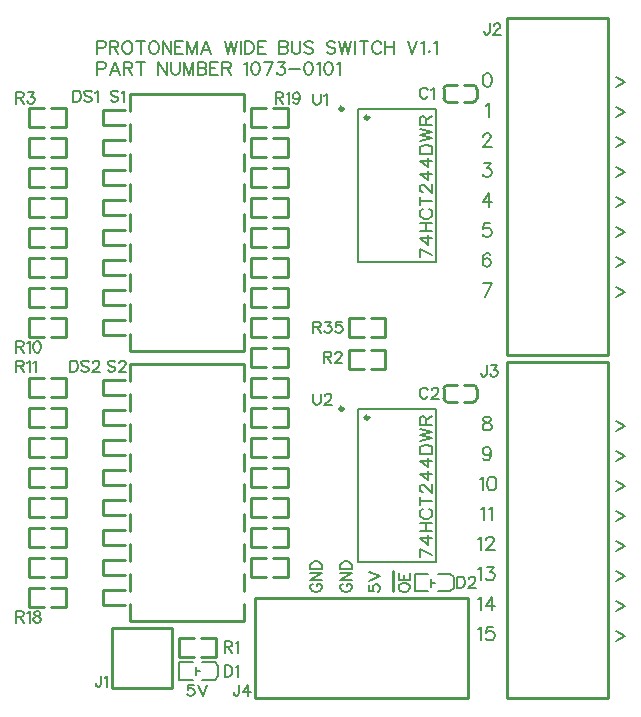
<source format=gto>
G04 Layer: TopSilkscreenLayer*
G04 Panelize: V-CUT, Column: 2, Row: 2, Board Size: 58.42mm x 58.42mm, Panelized Board Size: 118.84mm x 118.84mm*
G04 EasyEDA v6.5.34, 2023-09-05 23:35:40*
G04 bcb9dca7cd424f9e9e9865ef008c09cf,5a6b42c53f6a479593ecc07194224c93,10*
G04 Gerber Generator version 0.2*
G04 Scale: 100 percent, Rotated: No, Reflected: No *
G04 Dimensions in millimeters *
G04 leading zeros omitted , absolute positions ,4 integer and 5 decimal *
%FSLAX45Y45*%
%MOMM*%

%ADD10C,0.1524*%
%ADD11C,0.2540*%
%ADD12C,0.1500*%
%ADD13C,0.3000*%

%LPD*%
D10*
X4058665Y2856737D02*
G01*
X4058665Y2784094D01*
X4054093Y2770378D01*
X4049522Y2765805D01*
X4040377Y2761234D01*
X4031488Y2761234D01*
X4022343Y2765805D01*
X4017772Y2770378D01*
X4013200Y2784094D01*
X4013200Y2793237D01*
X4097781Y2856737D02*
G01*
X4147820Y2856737D01*
X4120388Y2820415D01*
X4134104Y2820415D01*
X4143247Y2815844D01*
X4147820Y2811271D01*
X4152391Y2797810D01*
X4152391Y2788665D01*
X4147820Y2774950D01*
X4138675Y2765805D01*
X4124959Y2761234D01*
X4111497Y2761234D01*
X4097781Y2765805D01*
X4093209Y2770378D01*
X4088638Y2779521D01*
X4084065Y5752337D02*
G01*
X4084065Y5679694D01*
X4079493Y5665978D01*
X4074922Y5661405D01*
X4065777Y5656834D01*
X4056888Y5656834D01*
X4047743Y5661405D01*
X4043172Y5665978D01*
X4038600Y5679694D01*
X4038600Y5688837D01*
X4118609Y5729731D02*
G01*
X4118609Y5734304D01*
X4123181Y5743194D01*
X4127754Y5747765D01*
X4136897Y5752337D01*
X4154931Y5752337D01*
X4164075Y5747765D01*
X4168647Y5743194D01*
X4173220Y5734304D01*
X4173220Y5725160D01*
X4168647Y5716015D01*
X4159504Y5702300D01*
X4114038Y5656834D01*
X4177791Y5656834D01*
X762000Y5601715D02*
G01*
X762000Y5492750D01*
X762000Y5601715D02*
G01*
X808736Y5601715D01*
X824229Y5596636D01*
X829563Y5591302D01*
X834644Y5580887D01*
X834644Y5565394D01*
X829563Y5554979D01*
X824229Y5549900D01*
X808736Y5544565D01*
X762000Y5544565D01*
X868934Y5601715D02*
G01*
X868934Y5492750D01*
X868934Y5601715D02*
G01*
X915670Y5601715D01*
X931418Y5596636D01*
X936497Y5591302D01*
X941831Y5580887D01*
X941831Y5570473D01*
X936497Y5560060D01*
X931418Y5554979D01*
X915670Y5549900D01*
X868934Y5549900D01*
X905510Y5549900D02*
G01*
X941831Y5492750D01*
X1007110Y5601715D02*
G01*
X996950Y5596636D01*
X986536Y5586221D01*
X981202Y5575807D01*
X976121Y5560060D01*
X976121Y5534152D01*
X981202Y5518657D01*
X986536Y5508244D01*
X996950Y5497829D01*
X1007110Y5492750D01*
X1027937Y5492750D01*
X1038352Y5497829D01*
X1048765Y5508244D01*
X1054100Y5518657D01*
X1059179Y5534152D01*
X1059179Y5560060D01*
X1054100Y5575807D01*
X1048765Y5586221D01*
X1038352Y5596636D01*
X1027937Y5601715D01*
X1007110Y5601715D01*
X1129792Y5601715D02*
G01*
X1129792Y5492750D01*
X1093470Y5601715D02*
G01*
X1166113Y5601715D01*
X1231645Y5601715D02*
G01*
X1221231Y5596636D01*
X1210818Y5586221D01*
X1205737Y5575807D01*
X1200404Y5560060D01*
X1200404Y5534152D01*
X1205737Y5518657D01*
X1210818Y5508244D01*
X1221231Y5497829D01*
X1231645Y5492750D01*
X1252473Y5492750D01*
X1262887Y5497829D01*
X1273302Y5508244D01*
X1278381Y5518657D01*
X1283715Y5534152D01*
X1283715Y5560060D01*
X1278381Y5575807D01*
X1273302Y5586221D01*
X1262887Y5596636D01*
X1252473Y5601715D01*
X1231645Y5601715D01*
X1318005Y5601715D02*
G01*
X1318005Y5492750D01*
X1318005Y5601715D02*
G01*
X1390650Y5492750D01*
X1390650Y5601715D02*
G01*
X1390650Y5492750D01*
X1424939Y5601715D02*
G01*
X1424939Y5492750D01*
X1424939Y5601715D02*
G01*
X1492504Y5601715D01*
X1424939Y5549900D02*
G01*
X1466595Y5549900D01*
X1424939Y5492750D02*
G01*
X1492504Y5492750D01*
X1526794Y5601715D02*
G01*
X1526794Y5492750D01*
X1526794Y5601715D02*
G01*
X1568450Y5492750D01*
X1609852Y5601715D02*
G01*
X1568450Y5492750D01*
X1609852Y5601715D02*
G01*
X1609852Y5492750D01*
X1685797Y5601715D02*
G01*
X1644142Y5492750D01*
X1685797Y5601715D02*
G01*
X1727200Y5492750D01*
X1659889Y5529071D02*
G01*
X1711705Y5529071D01*
X1841500Y5601715D02*
G01*
X1867662Y5492750D01*
X1893570Y5601715D02*
G01*
X1867662Y5492750D01*
X1893570Y5601715D02*
G01*
X1919478Y5492750D01*
X1945640Y5601715D02*
G01*
X1919478Y5492750D01*
X1979929Y5601715D02*
G01*
X1979929Y5492750D01*
X2014220Y5601715D02*
G01*
X2014220Y5492750D01*
X2014220Y5601715D02*
G01*
X2050541Y5601715D01*
X2066036Y5596636D01*
X2076450Y5586221D01*
X2081529Y5575807D01*
X2086863Y5560060D01*
X2086863Y5534152D01*
X2081529Y5518657D01*
X2076450Y5508244D01*
X2066036Y5497829D01*
X2050541Y5492750D01*
X2014220Y5492750D01*
X2121154Y5601715D02*
G01*
X2121154Y5492750D01*
X2121154Y5601715D02*
G01*
X2188718Y5601715D01*
X2121154Y5549900D02*
G01*
X2162809Y5549900D01*
X2121154Y5492750D02*
G01*
X2188718Y5492750D01*
X2303018Y5601715D02*
G01*
X2303018Y5492750D01*
X2303018Y5601715D02*
G01*
X2349754Y5601715D01*
X2365247Y5596636D01*
X2370581Y5591302D01*
X2375661Y5580887D01*
X2375661Y5570473D01*
X2370581Y5560060D01*
X2365247Y5554979D01*
X2349754Y5549900D01*
X2303018Y5549900D02*
G01*
X2349754Y5549900D01*
X2365247Y5544565D01*
X2370581Y5539486D01*
X2375661Y5529071D01*
X2375661Y5513323D01*
X2370581Y5502910D01*
X2365247Y5497829D01*
X2349754Y5492750D01*
X2303018Y5492750D01*
X2409952Y5601715D02*
G01*
X2409952Y5523737D01*
X2415286Y5508244D01*
X2425700Y5497829D01*
X2441193Y5492750D01*
X2451608Y5492750D01*
X2467102Y5497829D01*
X2477515Y5508244D01*
X2482850Y5523737D01*
X2482850Y5601715D01*
X2589784Y5586221D02*
G01*
X2579370Y5596636D01*
X2563875Y5601715D01*
X2543047Y5601715D01*
X2527300Y5596636D01*
X2517140Y5586221D01*
X2517140Y5575807D01*
X2522220Y5565394D01*
X2527300Y5560060D01*
X2537713Y5554979D01*
X2568956Y5544565D01*
X2579370Y5539486D01*
X2584450Y5534152D01*
X2589784Y5523737D01*
X2589784Y5508244D01*
X2579370Y5497829D01*
X2563875Y5492750D01*
X2543047Y5492750D01*
X2527300Y5497829D01*
X2517140Y5508244D01*
X2776727Y5586221D02*
G01*
X2766313Y5596636D01*
X2750820Y5601715D01*
X2729991Y5601715D01*
X2714497Y5596636D01*
X2704084Y5586221D01*
X2704084Y5575807D01*
X2709163Y5565394D01*
X2714497Y5560060D01*
X2724911Y5554979D01*
X2755900Y5544565D01*
X2766313Y5539486D01*
X2771647Y5534152D01*
X2776727Y5523737D01*
X2776727Y5508244D01*
X2766313Y5497829D01*
X2750820Y5492750D01*
X2729991Y5492750D01*
X2714497Y5497829D01*
X2704084Y5508244D01*
X2811018Y5601715D02*
G01*
X2837179Y5492750D01*
X2863088Y5601715D02*
G01*
X2837179Y5492750D01*
X2863088Y5601715D02*
G01*
X2888995Y5492750D01*
X2914904Y5601715D02*
G01*
X2888995Y5492750D01*
X2949193Y5601715D02*
G01*
X2949193Y5492750D01*
X3020059Y5601715D02*
G01*
X3020059Y5492750D01*
X2983484Y5601715D02*
G01*
X3056381Y5601715D01*
X3168650Y5575807D02*
G01*
X3163315Y5586221D01*
X3152902Y5596636D01*
X3142488Y5601715D01*
X3121659Y5601715D01*
X3111500Y5596636D01*
X3101086Y5586221D01*
X3095752Y5575807D01*
X3090672Y5560060D01*
X3090672Y5534152D01*
X3095752Y5518657D01*
X3101086Y5508244D01*
X3111500Y5497829D01*
X3121659Y5492750D01*
X3142488Y5492750D01*
X3152902Y5497829D01*
X3163315Y5508244D01*
X3168650Y5518657D01*
X3202940Y5601715D02*
G01*
X3202940Y5492750D01*
X3275584Y5601715D02*
G01*
X3275584Y5492750D01*
X3202940Y5549900D02*
G01*
X3275584Y5549900D01*
X3389884Y5601715D02*
G01*
X3431540Y5492750D01*
X3472941Y5601715D02*
G01*
X3431540Y5492750D01*
X3507231Y5580887D02*
G01*
X3517645Y5586221D01*
X3533140Y5601715D01*
X3533140Y5492750D01*
X3572763Y5518657D02*
G01*
X3567429Y5513323D01*
X3572763Y5508244D01*
X3577843Y5513323D01*
X3572763Y5518657D01*
X3612134Y5580887D02*
G01*
X3622547Y5586221D01*
X3638295Y5601715D01*
X3638295Y5492750D01*
X762000Y5423915D02*
G01*
X762000Y5314950D01*
X762000Y5423915D02*
G01*
X808736Y5423915D01*
X824229Y5418836D01*
X829563Y5413502D01*
X834644Y5403087D01*
X834644Y5387594D01*
X829563Y5377179D01*
X824229Y5372100D01*
X808736Y5366765D01*
X762000Y5366765D01*
X910589Y5423915D02*
G01*
X868934Y5314950D01*
X910589Y5423915D02*
G01*
X952245Y5314950D01*
X884681Y5351271D02*
G01*
X936497Y5351271D01*
X986536Y5423915D02*
G01*
X986536Y5314950D01*
X986536Y5423915D02*
G01*
X1033271Y5423915D01*
X1048765Y5418836D01*
X1054100Y5413502D01*
X1059179Y5403087D01*
X1059179Y5392673D01*
X1054100Y5382260D01*
X1048765Y5377179D01*
X1033271Y5372100D01*
X986536Y5372100D01*
X1022857Y5372100D02*
G01*
X1059179Y5314950D01*
X1129792Y5423915D02*
G01*
X1129792Y5314950D01*
X1093470Y5423915D02*
G01*
X1166113Y5423915D01*
X1280413Y5423915D02*
G01*
X1280413Y5314950D01*
X1280413Y5423915D02*
G01*
X1353312Y5314950D01*
X1353312Y5423915D02*
G01*
X1353312Y5314950D01*
X1387602Y5423915D02*
G01*
X1387602Y5345937D01*
X1392681Y5330444D01*
X1403095Y5320029D01*
X1418589Y5314950D01*
X1429004Y5314950D01*
X1444752Y5320029D01*
X1455165Y5330444D01*
X1460245Y5345937D01*
X1460245Y5423915D01*
X1494536Y5423915D02*
G01*
X1494536Y5314950D01*
X1494536Y5423915D02*
G01*
X1536192Y5314950D01*
X1577594Y5423915D02*
G01*
X1536192Y5314950D01*
X1577594Y5423915D02*
G01*
X1577594Y5314950D01*
X1611884Y5423915D02*
G01*
X1611884Y5314950D01*
X1611884Y5423915D02*
G01*
X1658620Y5423915D01*
X1674368Y5418836D01*
X1679447Y5413502D01*
X1684781Y5403087D01*
X1684781Y5392673D01*
X1679447Y5382260D01*
X1674368Y5377179D01*
X1658620Y5372100D01*
X1611884Y5372100D02*
G01*
X1658620Y5372100D01*
X1674368Y5366765D01*
X1679447Y5361686D01*
X1684781Y5351271D01*
X1684781Y5335523D01*
X1679447Y5325110D01*
X1674368Y5320029D01*
X1658620Y5314950D01*
X1611884Y5314950D01*
X1719071Y5423915D02*
G01*
X1719071Y5314950D01*
X1719071Y5423915D02*
G01*
X1786636Y5423915D01*
X1719071Y5372100D02*
G01*
X1760473Y5372100D01*
X1719071Y5314950D02*
G01*
X1786636Y5314950D01*
X1820926Y5423915D02*
G01*
X1820926Y5314950D01*
X1820926Y5423915D02*
G01*
X1867662Y5423915D01*
X1883155Y5418836D01*
X1888489Y5413502D01*
X1893570Y5403087D01*
X1893570Y5392673D01*
X1888489Y5382260D01*
X1883155Y5377179D01*
X1867662Y5372100D01*
X1820926Y5372100D01*
X1857247Y5372100D02*
G01*
X1893570Y5314950D01*
X2007870Y5403087D02*
G01*
X2018284Y5408421D01*
X2033777Y5423915D01*
X2033777Y5314950D01*
X2099309Y5423915D02*
G01*
X2083815Y5418836D01*
X2073402Y5403087D01*
X2068068Y5377179D01*
X2068068Y5361686D01*
X2073402Y5335523D01*
X2083815Y5320029D01*
X2099309Y5314950D01*
X2109724Y5314950D01*
X2125218Y5320029D01*
X2135631Y5335523D01*
X2140965Y5361686D01*
X2140965Y5377179D01*
X2135631Y5403087D01*
X2125218Y5418836D01*
X2109724Y5423915D01*
X2099309Y5423915D01*
X2247900Y5423915D02*
G01*
X2195829Y5314950D01*
X2175256Y5423915D02*
G01*
X2247900Y5423915D01*
X2292604Y5423915D02*
G01*
X2349754Y5423915D01*
X2318511Y5382260D01*
X2334259Y5382260D01*
X2344420Y5377179D01*
X2349754Y5372100D01*
X2354834Y5356352D01*
X2354834Y5345937D01*
X2349754Y5330444D01*
X2339340Y5320029D01*
X2323845Y5314950D01*
X2308097Y5314950D01*
X2292604Y5320029D01*
X2287270Y5325110D01*
X2282190Y5335523D01*
X2389124Y5361686D02*
G01*
X2482850Y5361686D01*
X2548127Y5423915D02*
G01*
X2532634Y5418836D01*
X2522220Y5403087D01*
X2517140Y5377179D01*
X2517140Y5361686D01*
X2522220Y5335523D01*
X2532634Y5320029D01*
X2548127Y5314950D01*
X2558541Y5314950D01*
X2574290Y5320029D01*
X2584450Y5335523D01*
X2589784Y5361686D01*
X2589784Y5377179D01*
X2584450Y5403087D01*
X2574290Y5418836D01*
X2558541Y5423915D01*
X2548127Y5423915D01*
X2624074Y5403087D02*
G01*
X2634488Y5408421D01*
X2649981Y5423915D01*
X2649981Y5314950D01*
X2715513Y5423915D02*
G01*
X2700020Y5418836D01*
X2689606Y5403087D01*
X2684272Y5377179D01*
X2684272Y5361686D01*
X2689606Y5335523D01*
X2700020Y5320029D01*
X2715513Y5314950D01*
X2725927Y5314950D01*
X2741422Y5320029D01*
X2751836Y5335523D01*
X2757170Y5361686D01*
X2757170Y5377179D01*
X2751836Y5403087D01*
X2741422Y5418836D01*
X2725927Y5423915D01*
X2715513Y5423915D01*
X2791459Y5403087D02*
G01*
X2801620Y5408421D01*
X2817368Y5423915D01*
X2817368Y5314950D01*
X1578597Y151627D02*
G01*
X1533131Y151627D01*
X1528559Y110733D01*
X1533131Y115305D01*
X1546593Y119877D01*
X1560309Y119877D01*
X1574025Y115305D01*
X1583169Y106161D01*
X1587741Y92699D01*
X1587741Y83555D01*
X1583169Y69839D01*
X1574025Y60695D01*
X1560309Y56123D01*
X1546593Y56123D01*
X1533131Y60695D01*
X1528559Y65267D01*
X1523987Y74411D01*
X1617713Y151627D02*
G01*
X1654035Y56123D01*
X1690357Y151627D02*
G01*
X1654035Y56123D01*
X1963165Y151637D02*
G01*
X1963165Y78994D01*
X1958593Y65278D01*
X1954022Y60705D01*
X1944877Y56134D01*
X1935988Y56134D01*
X1926844Y60705D01*
X1922271Y65278D01*
X1917700Y78994D01*
X1917700Y88137D01*
X2038604Y151637D02*
G01*
X1993138Y88137D01*
X2061209Y88137D01*
X2038604Y151637D02*
G01*
X2038604Y56134D01*
X3315461Y966978D02*
G01*
X3320034Y958087D01*
X3328924Y948944D01*
X3338068Y944371D01*
X3351784Y939800D01*
X3374390Y939800D01*
X3388106Y944371D01*
X3397250Y948944D01*
X3406393Y958087D01*
X3410965Y966978D01*
X3410965Y985265D01*
X3406393Y994410D01*
X3397250Y1003554D01*
X3388106Y1007871D01*
X3374390Y1012444D01*
X3351784Y1012444D01*
X3338068Y1007871D01*
X3328924Y1003554D01*
X3320034Y994410D01*
X3315461Y985265D01*
X3315461Y966978D01*
X3315461Y1042415D02*
G01*
X3410965Y1042415D01*
X3315461Y1042415D02*
G01*
X3315461Y1101597D01*
X3360927Y1042415D02*
G01*
X3360927Y1078992D01*
X3410965Y1042415D02*
G01*
X3410965Y1101597D01*
X2842768Y1007871D02*
G01*
X2833624Y1003554D01*
X2824734Y994410D01*
X2820161Y985265D01*
X2820161Y966978D01*
X2824734Y958087D01*
X2833624Y948944D01*
X2842768Y944371D01*
X2856484Y939800D01*
X2879090Y939800D01*
X2892806Y944371D01*
X2901950Y948944D01*
X2911093Y958087D01*
X2915665Y966978D01*
X2915665Y985265D01*
X2911093Y994410D01*
X2901950Y1003554D01*
X2892806Y1007871D01*
X2879090Y1007871D01*
X2879090Y985265D02*
G01*
X2879090Y1007871D01*
X2820161Y1038097D02*
G01*
X2915665Y1038097D01*
X2820161Y1038097D02*
G01*
X2915665Y1101597D01*
X2820161Y1101597D02*
G01*
X2915665Y1101597D01*
X2820161Y1131570D02*
G01*
X2915665Y1131570D01*
X2820161Y1131570D02*
G01*
X2820161Y1163320D01*
X2824734Y1177036D01*
X2833624Y1186179D01*
X2842768Y1190752D01*
X2856484Y1195323D01*
X2879090Y1195323D01*
X2892806Y1190752D01*
X2901950Y1186179D01*
X2911093Y1177036D01*
X2915665Y1163320D01*
X2915665Y1131570D01*
X2588768Y1007871D02*
G01*
X2579624Y1003554D01*
X2570734Y994410D01*
X2566161Y985265D01*
X2566161Y966978D01*
X2570734Y958087D01*
X2579624Y948944D01*
X2588768Y944371D01*
X2602484Y939800D01*
X2625090Y939800D01*
X2638806Y944371D01*
X2647950Y948944D01*
X2657093Y958087D01*
X2661665Y966978D01*
X2661665Y985265D01*
X2657093Y994410D01*
X2647950Y1003554D01*
X2638806Y1007871D01*
X2625090Y1007871D01*
X2625090Y985265D02*
G01*
X2625090Y1007871D01*
X2566161Y1038097D02*
G01*
X2661665Y1038097D01*
X2566161Y1038097D02*
G01*
X2661665Y1101597D01*
X2566161Y1101597D02*
G01*
X2661665Y1101597D01*
X2566161Y1131570D02*
G01*
X2661665Y1131570D01*
X2566161Y1131570D02*
G01*
X2566161Y1163320D01*
X2570734Y1177036D01*
X2579624Y1186179D01*
X2588768Y1190752D01*
X2602484Y1195323D01*
X2625090Y1195323D01*
X2638806Y1190752D01*
X2647950Y1186179D01*
X2657093Y1177036D01*
X2661665Y1163320D01*
X2661665Y1131570D01*
X3061472Y994397D02*
G01*
X3061472Y948931D01*
X3102366Y944359D01*
X3097794Y948931D01*
X3093222Y962393D01*
X3093222Y976109D01*
X3097794Y989825D01*
X3106938Y998969D01*
X3120400Y1003541D01*
X3129544Y1003541D01*
X3143260Y998969D01*
X3152404Y989825D01*
X3156976Y976109D01*
X3156976Y962393D01*
X3152404Y948931D01*
X3147832Y944359D01*
X3138688Y939787D01*
X3061472Y1033513D02*
G01*
X3156976Y1069835D01*
X3061472Y1106157D02*
G01*
X3156976Y1069835D01*
X3987800Y620013D02*
G01*
X3998722Y625347D01*
X4014977Y641857D01*
X4014977Y527304D01*
X4116577Y641857D02*
G01*
X4061968Y641857D01*
X4056634Y592581D01*
X4061968Y598170D01*
X4078224Y603504D01*
X4094734Y603504D01*
X4110990Y598170D01*
X4121911Y587247D01*
X4127500Y570992D01*
X4127500Y560070D01*
X4121911Y543560D01*
X4110990Y532637D01*
X4094734Y527304D01*
X4078224Y527304D01*
X4061968Y532637D01*
X4056634Y538226D01*
X4051045Y549147D01*
X3987800Y874013D02*
G01*
X3998722Y879347D01*
X4014977Y895857D01*
X4014977Y781304D01*
X4105656Y895857D02*
G01*
X4051045Y819404D01*
X4132834Y819404D01*
X4105656Y895857D02*
G01*
X4105656Y781304D01*
X3987800Y1128013D02*
G01*
X3998722Y1133347D01*
X4014977Y1149857D01*
X4014977Y1035304D01*
X4061968Y1149857D02*
G01*
X4121911Y1149857D01*
X4089145Y1106170D01*
X4105656Y1106170D01*
X4116577Y1100581D01*
X4121911Y1095247D01*
X4127500Y1078992D01*
X4127500Y1068070D01*
X4121911Y1051560D01*
X4110990Y1040637D01*
X4094734Y1035304D01*
X4078224Y1035304D01*
X4061968Y1040637D01*
X4056634Y1046226D01*
X4051045Y1057147D01*
X3987800Y1382013D02*
G01*
X3998722Y1387347D01*
X4014977Y1403857D01*
X4014977Y1289304D01*
X4056634Y1376426D02*
G01*
X4056634Y1382013D01*
X4061968Y1392936D01*
X4067556Y1398270D01*
X4078224Y1403857D01*
X4100068Y1403857D01*
X4110990Y1398270D01*
X4116577Y1392936D01*
X4121911Y1382013D01*
X4121911Y1371092D01*
X4116577Y1360170D01*
X4105656Y1343913D01*
X4051045Y1289304D01*
X4127500Y1289304D01*
X4013200Y1636013D02*
G01*
X4024122Y1641347D01*
X4040377Y1657857D01*
X4040377Y1543304D01*
X4076445Y1636013D02*
G01*
X4087368Y1641347D01*
X4103624Y1657857D01*
X4103624Y1543304D01*
X4000500Y1890013D02*
G01*
X4011422Y1895347D01*
X4027677Y1911857D01*
X4027677Y1797304D01*
X4096511Y1911857D02*
G01*
X4080256Y1906270D01*
X4069334Y1890013D01*
X4063745Y1862581D01*
X4063745Y1846326D01*
X4069334Y1819147D01*
X4080256Y1802637D01*
X4096511Y1797304D01*
X4107434Y1797304D01*
X4123690Y1802637D01*
X4134611Y1819147D01*
X4140200Y1846326D01*
X4140200Y1862581D01*
X4134611Y1890013D01*
X4123690Y1906270D01*
X4107434Y1911857D01*
X4096511Y1911857D01*
X4096765Y2127504D02*
G01*
X4091431Y2111247D01*
X4080509Y2100326D01*
X4064000Y2094992D01*
X4058665Y2094992D01*
X4042156Y2100326D01*
X4031234Y2111247D01*
X4025900Y2127504D01*
X4025900Y2133092D01*
X4031234Y2149347D01*
X4042156Y2160270D01*
X4058665Y2165857D01*
X4064000Y2165857D01*
X4080509Y2160270D01*
X4091431Y2149347D01*
X4096765Y2127504D01*
X4096765Y2100326D01*
X4091431Y2073147D01*
X4080509Y2056637D01*
X4064000Y2051304D01*
X4053077Y2051304D01*
X4036822Y2056637D01*
X4031234Y2067560D01*
X4053077Y2419857D02*
G01*
X4036822Y2414270D01*
X4031234Y2403347D01*
X4031234Y2392426D01*
X4036822Y2381504D01*
X4047743Y2376170D01*
X4069588Y2370581D01*
X4085843Y2365247D01*
X4096765Y2354326D01*
X4102354Y2343404D01*
X4102354Y2327147D01*
X4096765Y2316226D01*
X4091431Y2310637D01*
X4074922Y2305304D01*
X4053077Y2305304D01*
X4036822Y2310637D01*
X4031234Y2316226D01*
X4025900Y2327147D01*
X4025900Y2343404D01*
X4031234Y2354326D01*
X4042156Y2365247D01*
X4058665Y2370581D01*
X4080509Y2376170D01*
X4091431Y2381504D01*
X4096765Y2392426D01*
X4096765Y2403347D01*
X4091431Y2414270D01*
X4074922Y2419857D01*
X4053077Y2419857D01*
X4102354Y3550157D02*
G01*
X4047743Y3435604D01*
X4025900Y3550157D02*
G01*
X4102354Y3550157D01*
X4091431Y3787647D02*
G01*
X4085843Y3798570D01*
X4069588Y3804157D01*
X4058665Y3804157D01*
X4042156Y3798570D01*
X4031234Y3782313D01*
X4025900Y3754881D01*
X4025900Y3727704D01*
X4031234Y3705860D01*
X4042156Y3694937D01*
X4058665Y3689604D01*
X4064000Y3689604D01*
X4080509Y3694937D01*
X4091431Y3705860D01*
X4096765Y3722370D01*
X4096765Y3727704D01*
X4091431Y3744213D01*
X4080509Y3754881D01*
X4064000Y3760470D01*
X4058665Y3760470D01*
X4042156Y3754881D01*
X4031234Y3744213D01*
X4025900Y3727704D01*
X4091431Y4058157D02*
G01*
X4036822Y4058157D01*
X4031234Y4008881D01*
X4036822Y4014470D01*
X4053077Y4019804D01*
X4069588Y4019804D01*
X4085843Y4014470D01*
X4096765Y4003547D01*
X4102354Y3987292D01*
X4102354Y3976370D01*
X4096765Y3959860D01*
X4085843Y3948937D01*
X4069588Y3943604D01*
X4053077Y3943604D01*
X4036822Y3948937D01*
X4031234Y3954526D01*
X4025900Y3965447D01*
X4080509Y4312157D02*
G01*
X4025900Y4235704D01*
X4107688Y4235704D01*
X4080509Y4312157D02*
G01*
X4080509Y4197604D01*
X4036822Y4566157D02*
G01*
X4096765Y4566157D01*
X4064000Y4522470D01*
X4080509Y4522470D01*
X4091431Y4516881D01*
X4096765Y4511547D01*
X4102354Y4495292D01*
X4102354Y4484370D01*
X4096765Y4467860D01*
X4085843Y4456937D01*
X4069588Y4451604D01*
X4053077Y4451604D01*
X4036822Y4456937D01*
X4031234Y4462526D01*
X4025900Y4473447D01*
X4031234Y4792726D02*
G01*
X4031234Y4798313D01*
X4036822Y4809236D01*
X4042156Y4814570D01*
X4053077Y4820157D01*
X4074922Y4820157D01*
X4085843Y4814570D01*
X4091431Y4809236D01*
X4096765Y4798313D01*
X4096765Y4787392D01*
X4091431Y4776470D01*
X4080509Y4760213D01*
X4025900Y4705604D01*
X4102354Y4705604D01*
X4051325Y5052313D02*
G01*
X4062247Y5057647D01*
X4078503Y5074157D01*
X4078503Y4959604D01*
X4058665Y5328157D02*
G01*
X4042156Y5322570D01*
X4031234Y5306313D01*
X4025900Y5278881D01*
X4025900Y5262626D01*
X4031234Y5235447D01*
X4042156Y5218937D01*
X4058665Y5213604D01*
X4069588Y5213604D01*
X4085843Y5218937D01*
X4096765Y5235447D01*
X4102354Y5262626D01*
X4102354Y5278881D01*
X4096765Y5306313D01*
X4085843Y5322570D01*
X4069588Y5328157D01*
X4058665Y5328157D01*
X3491484Y3844544D02*
G01*
X3600450Y3792728D01*
X3491484Y3771900D02*
G01*
X3491484Y3844544D01*
X3491484Y3930904D02*
G01*
X3564127Y3878834D01*
X3564127Y3956812D01*
X3491484Y3930904D02*
G01*
X3600450Y3930904D01*
X3491484Y3991102D02*
G01*
X3600450Y3991102D01*
X3491484Y4064000D02*
G01*
X3600450Y4064000D01*
X3543300Y3991102D02*
G01*
X3543300Y4064000D01*
X3517391Y4176013D02*
G01*
X3506977Y4170934D01*
X3496563Y4160520D01*
X3491484Y4150105D01*
X3491484Y4129278D01*
X3496563Y4118863D01*
X3506977Y4108450D01*
X3517391Y4103370D01*
X3533140Y4098289D01*
X3559047Y4098289D01*
X3574541Y4103370D01*
X3584956Y4108450D01*
X3595370Y4118863D01*
X3600450Y4129278D01*
X3600450Y4150105D01*
X3595370Y4160520D01*
X3584956Y4170934D01*
X3574541Y4176013D01*
X3491484Y4246879D02*
G01*
X3600450Y4246879D01*
X3491484Y4210304D02*
G01*
X3491484Y4283202D01*
X3517391Y4322571D02*
G01*
X3512311Y4322571D01*
X3501897Y4327905D01*
X3496563Y4332986D01*
X3491484Y4343400D01*
X3491484Y4364228D01*
X3496563Y4374642D01*
X3501897Y4379721D01*
X3512311Y4385055D01*
X3522725Y4385055D01*
X3533140Y4379721D01*
X3548634Y4369307D01*
X3600450Y4317492D01*
X3600450Y4390136D01*
X3491484Y4476495D02*
G01*
X3564127Y4424426D01*
X3564127Y4502404D01*
X3491484Y4476495D02*
G01*
X3600450Y4476495D01*
X3491484Y4588510D02*
G01*
X3564127Y4536694D01*
X3564127Y4614671D01*
X3491484Y4588510D02*
G01*
X3600450Y4588510D01*
X3491484Y4648962D02*
G01*
X3600450Y4648962D01*
X3491484Y4648962D02*
G01*
X3491484Y4685284D01*
X3496563Y4700778D01*
X3506977Y4711192D01*
X3517391Y4716526D01*
X3533140Y4721605D01*
X3559047Y4721605D01*
X3574541Y4716526D01*
X3584956Y4711192D01*
X3595370Y4700778D01*
X3600450Y4685284D01*
X3600450Y4648962D01*
X3491484Y4755895D02*
G01*
X3600450Y4781804D01*
X3491484Y4807965D02*
G01*
X3600450Y4781804D01*
X3491484Y4807965D02*
G01*
X3600450Y4833873D01*
X3491484Y4859781D02*
G01*
X3600450Y4833873D01*
X3491484Y4894071D02*
G01*
X3600450Y4894071D01*
X3491484Y4894071D02*
G01*
X3491484Y4940807D01*
X3496563Y4956555D01*
X3501897Y4961636D01*
X3512311Y4966970D01*
X3522725Y4966970D01*
X3533140Y4961636D01*
X3538220Y4956555D01*
X3543300Y4940807D01*
X3543300Y4894071D01*
X3543300Y4930394D02*
G01*
X3600450Y4966970D01*
X3491484Y1304544D02*
G01*
X3600450Y1252728D01*
X3491484Y1231900D02*
G01*
X3491484Y1304544D01*
X3491484Y1390904D02*
G01*
X3564127Y1338834D01*
X3564127Y1416812D01*
X3491484Y1390904D02*
G01*
X3600450Y1390904D01*
X3491484Y1451102D02*
G01*
X3600450Y1451102D01*
X3491484Y1524000D02*
G01*
X3600450Y1524000D01*
X3543300Y1451102D02*
G01*
X3543300Y1524000D01*
X3517391Y1636013D02*
G01*
X3506977Y1630934D01*
X3496563Y1620520D01*
X3491484Y1610105D01*
X3491484Y1589278D01*
X3496563Y1578863D01*
X3506977Y1568450D01*
X3517391Y1563370D01*
X3533140Y1558289D01*
X3559047Y1558289D01*
X3574541Y1563370D01*
X3584956Y1568450D01*
X3595370Y1578863D01*
X3600450Y1589278D01*
X3600450Y1610105D01*
X3595370Y1620520D01*
X3584956Y1630934D01*
X3574541Y1636013D01*
X3491484Y1706879D02*
G01*
X3600450Y1706879D01*
X3491484Y1670304D02*
G01*
X3491484Y1743202D01*
X3517391Y1782571D02*
G01*
X3512311Y1782571D01*
X3501897Y1787905D01*
X3496563Y1792986D01*
X3491484Y1803400D01*
X3491484Y1824228D01*
X3496563Y1834642D01*
X3501897Y1839721D01*
X3512311Y1845055D01*
X3522725Y1845055D01*
X3533140Y1839721D01*
X3548634Y1829307D01*
X3600450Y1777492D01*
X3600450Y1850136D01*
X3491484Y1936495D02*
G01*
X3564127Y1884426D01*
X3564127Y1962404D01*
X3491484Y1936495D02*
G01*
X3600450Y1936495D01*
X3491484Y2048510D02*
G01*
X3564127Y1996694D01*
X3564127Y2074671D01*
X3491484Y2048510D02*
G01*
X3600450Y2048510D01*
X3491484Y2108962D02*
G01*
X3600450Y2108962D01*
X3491484Y2108962D02*
G01*
X3491484Y2145284D01*
X3496563Y2160778D01*
X3506977Y2171192D01*
X3517391Y2176526D01*
X3533140Y2181605D01*
X3559047Y2181605D01*
X3574541Y2176526D01*
X3584956Y2171192D01*
X3595370Y2160778D01*
X3600450Y2145284D01*
X3600450Y2108962D01*
X3491484Y2215895D02*
G01*
X3600450Y2241804D01*
X3491484Y2267965D02*
G01*
X3600450Y2241804D01*
X3491484Y2267965D02*
G01*
X3600450Y2293873D01*
X3491484Y2319781D02*
G01*
X3600450Y2293873D01*
X3491484Y2354071D02*
G01*
X3600450Y2354071D01*
X3491484Y2354071D02*
G01*
X3491484Y2400807D01*
X3496563Y2416555D01*
X3501897Y2421636D01*
X3512311Y2426970D01*
X3522725Y2426970D01*
X3533140Y2421636D01*
X3538220Y2416555D01*
X3543300Y2400807D01*
X3543300Y2354071D01*
X3543300Y2390394D02*
G01*
X3600450Y2426970D01*
X5156093Y5294386D02*
G01*
X5228991Y5253238D01*
X5156093Y5212344D01*
X5156093Y5040386D02*
G01*
X5228991Y4999238D01*
X5156093Y4958344D01*
X5156093Y4786386D02*
G01*
X5228991Y4745238D01*
X5156093Y4704344D01*
X5156093Y4532386D02*
G01*
X5228991Y4491238D01*
X5156093Y4450344D01*
X5156093Y4278386D02*
G01*
X5228991Y4237238D01*
X5156093Y4196344D01*
X5156093Y4024386D02*
G01*
X5228991Y3983238D01*
X5156093Y3942344D01*
X5156093Y3770386D02*
G01*
X5228991Y3729238D01*
X5156093Y3688344D01*
X5156093Y3516386D02*
G01*
X5228991Y3475238D01*
X5156093Y3434344D01*
X5156118Y2386086D02*
G01*
X5229016Y2344938D01*
X5156118Y2304044D01*
X5156118Y2132086D02*
G01*
X5229016Y2090938D01*
X5156118Y2050044D01*
X5156118Y1878086D02*
G01*
X5229016Y1836938D01*
X5156118Y1796044D01*
X5156118Y1624086D02*
G01*
X5229016Y1582938D01*
X5156118Y1542044D01*
X5156118Y1370086D02*
G01*
X5229016Y1328938D01*
X5156118Y1288044D01*
X5156118Y1116086D02*
G01*
X5229016Y1074938D01*
X5156118Y1034044D01*
X5156118Y862086D02*
G01*
X5229016Y820938D01*
X5156118Y780044D01*
X5156118Y608086D02*
G01*
X5229016Y566938D01*
X5156118Y526044D01*
X794776Y227848D02*
G01*
X794776Y155204D01*
X790204Y141488D01*
X785632Y136916D01*
X776488Y132344D01*
X767598Y132344D01*
X758454Y136916D01*
X753882Y141488D01*
X749310Y155204D01*
X749310Y164348D01*
X824748Y209814D02*
G01*
X833892Y214386D01*
X847608Y227848D01*
X847608Y132344D01*
X558800Y5180837D02*
G01*
X558800Y5085334D01*
X558800Y5180837D02*
G01*
X590550Y5180837D01*
X604265Y5176265D01*
X613410Y5167376D01*
X617981Y5158231D01*
X622554Y5144515D01*
X622554Y5121910D01*
X617981Y5108194D01*
X613410Y5099050D01*
X604265Y5089905D01*
X590550Y5085334D01*
X558800Y5085334D01*
X716026Y5167376D02*
G01*
X706881Y5176265D01*
X693420Y5180837D01*
X675131Y5180837D01*
X661415Y5176265D01*
X652526Y5167376D01*
X652526Y5158231D01*
X657097Y5149087D01*
X661415Y5144515D01*
X670560Y5139944D01*
X697992Y5130800D01*
X706881Y5126481D01*
X711454Y5121910D01*
X716026Y5112765D01*
X716026Y5099050D01*
X706881Y5089905D01*
X693420Y5085334D01*
X675131Y5085334D01*
X661415Y5089905D01*
X652526Y5099050D01*
X745997Y5162804D02*
G01*
X755142Y5167376D01*
X768857Y5180837D01*
X768857Y5085334D01*
X533400Y2894837D02*
G01*
X533400Y2799334D01*
X533400Y2894837D02*
G01*
X565150Y2894837D01*
X578865Y2890265D01*
X588010Y2881376D01*
X592581Y2872231D01*
X597154Y2858515D01*
X597154Y2835910D01*
X592581Y2822194D01*
X588010Y2813050D01*
X578865Y2803905D01*
X565150Y2799334D01*
X533400Y2799334D01*
X690626Y2881376D02*
G01*
X681481Y2890265D01*
X668020Y2894837D01*
X649731Y2894837D01*
X636015Y2890265D01*
X627126Y2881376D01*
X627126Y2872231D01*
X631697Y2863087D01*
X636015Y2858515D01*
X645160Y2853944D01*
X672592Y2844800D01*
X681481Y2840481D01*
X686054Y2835910D01*
X690626Y2826765D01*
X690626Y2813050D01*
X681481Y2803905D01*
X668020Y2799334D01*
X649731Y2799334D01*
X636015Y2803905D01*
X627126Y2813050D01*
X725170Y2872231D02*
G01*
X725170Y2876804D01*
X729742Y2885694D01*
X734313Y2890265D01*
X743457Y2894837D01*
X761492Y2894837D01*
X770636Y2890265D01*
X775207Y2885694D01*
X779779Y2876804D01*
X779779Y2867660D01*
X775207Y2858515D01*
X766063Y2844800D01*
X720597Y2799334D01*
X784352Y2799334D01*
X3810000Y1066037D02*
G01*
X3810000Y970534D01*
X3810000Y1066037D02*
G01*
X3841750Y1066037D01*
X3855465Y1061465D01*
X3864609Y1052576D01*
X3869181Y1043431D01*
X3873754Y1029715D01*
X3873754Y1007110D01*
X3869181Y993394D01*
X3864609Y984250D01*
X3855465Y975105D01*
X3841750Y970534D01*
X3810000Y970534D01*
X3908297Y1043431D02*
G01*
X3908297Y1048004D01*
X3912615Y1056894D01*
X3917188Y1061465D01*
X3926331Y1066037D01*
X3944620Y1066037D01*
X3953509Y1061465D01*
X3958081Y1056894D01*
X3962654Y1048004D01*
X3962654Y1038860D01*
X3958081Y1029715D01*
X3949191Y1016000D01*
X3903725Y970534D01*
X3967225Y970534D01*
X2679700Y2971037D02*
G01*
X2679700Y2875534D01*
X2679700Y2971037D02*
G01*
X2720593Y2971037D01*
X2734309Y2966465D01*
X2738881Y2961894D01*
X2743454Y2953004D01*
X2743454Y2943860D01*
X2738881Y2934715D01*
X2734309Y2930144D01*
X2720593Y2925571D01*
X2679700Y2925571D01*
X2711450Y2925571D02*
G01*
X2743454Y2875534D01*
X2777997Y2948431D02*
G01*
X2777997Y2953004D01*
X2782315Y2961894D01*
X2786888Y2966465D01*
X2796031Y2971037D01*
X2814320Y2971037D01*
X2823209Y2966465D01*
X2827781Y2961894D01*
X2832354Y2953004D01*
X2832354Y2943860D01*
X2827781Y2934715D01*
X2818891Y2921000D01*
X2773425Y2875534D01*
X2836925Y2875534D01*
X2273300Y5168137D02*
G01*
X2273300Y5072634D01*
X2273300Y5168137D02*
G01*
X2314193Y5168137D01*
X2327909Y5163565D01*
X2332481Y5158994D01*
X2337054Y5150104D01*
X2337054Y5140960D01*
X2332481Y5131815D01*
X2327909Y5127244D01*
X2314193Y5122671D01*
X2273300Y5122671D01*
X2305050Y5122671D02*
G01*
X2337054Y5072634D01*
X2367025Y5150104D02*
G01*
X2375915Y5154676D01*
X2389631Y5168137D01*
X2389631Y5072634D01*
X2478786Y5136387D02*
G01*
X2474213Y5122671D01*
X2465070Y5113781D01*
X2451608Y5109210D01*
X2447036Y5109210D01*
X2433320Y5113781D01*
X2424175Y5122671D01*
X2419604Y5136387D01*
X2419604Y5140960D01*
X2424175Y5154676D01*
X2433320Y5163565D01*
X2447036Y5168137D01*
X2451608Y5168137D01*
X2465070Y5163565D01*
X2474213Y5154676D01*
X2478786Y5136387D01*
X2478786Y5113781D01*
X2474213Y5090921D01*
X2465070Y5077205D01*
X2451608Y5072634D01*
X2442463Y5072634D01*
X2428747Y5077205D01*
X2424175Y5086350D01*
X3560622Y2643631D02*
G01*
X3556050Y2652776D01*
X3547160Y2661665D01*
X3538016Y2666237D01*
X3519728Y2666237D01*
X3510584Y2661665D01*
X3501694Y2652776D01*
X3497122Y2643631D01*
X3492550Y2629915D01*
X3492550Y2607310D01*
X3497122Y2593594D01*
X3501694Y2584450D01*
X3510584Y2575305D01*
X3519728Y2570734D01*
X3538016Y2570734D01*
X3547160Y2575305D01*
X3556050Y2584450D01*
X3560622Y2593594D01*
X3595166Y2643631D02*
G01*
X3595166Y2648204D01*
X3599738Y2657094D01*
X3604310Y2661665D01*
X3613454Y2666237D01*
X3631488Y2666237D01*
X3640632Y2661665D01*
X3645204Y2657094D01*
X3649776Y2648204D01*
X3649776Y2639060D01*
X3645204Y2629915D01*
X3636060Y2616200D01*
X3590594Y2570734D01*
X3654348Y2570734D01*
X2590800Y3225037D02*
G01*
X2590800Y3129534D01*
X2590800Y3225037D02*
G01*
X2631693Y3225037D01*
X2645409Y3220465D01*
X2649981Y3215894D01*
X2654554Y3207004D01*
X2654554Y3197860D01*
X2649981Y3188715D01*
X2645409Y3184144D01*
X2631693Y3179571D01*
X2590800Y3179571D01*
X2622550Y3179571D02*
G01*
X2654554Y3129534D01*
X2693415Y3225037D02*
G01*
X2743454Y3225037D01*
X2716275Y3188715D01*
X2729991Y3188715D01*
X2738881Y3184144D01*
X2743454Y3179571D01*
X2748025Y3166110D01*
X2748025Y3156965D01*
X2743454Y3143250D01*
X2734309Y3134105D01*
X2720847Y3129534D01*
X2707131Y3129534D01*
X2693415Y3134105D01*
X2689097Y3138678D01*
X2684525Y3147821D01*
X2832608Y3225037D02*
G01*
X2787141Y3225037D01*
X2782570Y3184144D01*
X2787141Y3188715D01*
X2800858Y3193287D01*
X2814320Y3193287D01*
X2828036Y3188715D01*
X2837179Y3179571D01*
X2841752Y3166110D01*
X2841752Y3156965D01*
X2837179Y3143250D01*
X2828036Y3134105D01*
X2814320Y3129534D01*
X2800858Y3129534D01*
X2787141Y3134105D01*
X2782570Y3138678D01*
X2777997Y3147821D01*
X3560572Y5183631D02*
G01*
X3556254Y5192776D01*
X3547109Y5201665D01*
X3537965Y5206237D01*
X3519677Y5206237D01*
X3510788Y5201665D01*
X3501643Y5192776D01*
X3497072Y5183631D01*
X3492500Y5169915D01*
X3492500Y5147310D01*
X3497072Y5133594D01*
X3501643Y5124450D01*
X3510788Y5115305D01*
X3519677Y5110734D01*
X3537965Y5110734D01*
X3547109Y5115305D01*
X3556254Y5124450D01*
X3560572Y5133594D01*
X3590797Y5188204D02*
G01*
X3599688Y5192776D01*
X3613404Y5206237D01*
X3613404Y5110734D01*
X2590800Y5155437D02*
G01*
X2590800Y5087365D01*
X2595372Y5073650D01*
X2604515Y5064505D01*
X2617977Y5059934D01*
X2627122Y5059934D01*
X2640838Y5064505D01*
X2649981Y5073650D01*
X2654554Y5087365D01*
X2654554Y5155437D01*
X2684525Y5137404D02*
G01*
X2693415Y5141976D01*
X2707131Y5155437D01*
X2707131Y5059934D01*
X2590800Y2615437D02*
G01*
X2590800Y2547365D01*
X2595372Y2533650D01*
X2604515Y2524505D01*
X2617977Y2519934D01*
X2627122Y2519934D01*
X2640838Y2524505D01*
X2649981Y2533650D01*
X2654554Y2547365D01*
X2654554Y2615437D01*
X2689097Y2592831D02*
G01*
X2689097Y2597404D01*
X2693415Y2606294D01*
X2697988Y2610865D01*
X2707131Y2615437D01*
X2725420Y2615437D01*
X2734309Y2610865D01*
X2738881Y2606294D01*
X2743454Y2597404D01*
X2743454Y2588260D01*
X2738881Y2579115D01*
X2729991Y2565400D01*
X2684525Y2519934D01*
X2748025Y2519934D01*
X1841500Y519937D02*
G01*
X1841500Y424434D01*
X1841500Y519937D02*
G01*
X1882394Y519937D01*
X1896110Y515365D01*
X1900681Y510794D01*
X1905254Y501904D01*
X1905254Y492760D01*
X1900681Y483615D01*
X1896110Y479044D01*
X1882394Y474471D01*
X1841500Y474471D01*
X1873250Y474471D02*
G01*
X1905254Y424434D01*
X1935225Y501904D02*
G01*
X1944115Y506476D01*
X1957831Y519937D01*
X1957831Y424434D01*
X1841500Y316737D02*
G01*
X1841500Y221234D01*
X1841500Y316737D02*
G01*
X1873250Y316737D01*
X1886965Y312165D01*
X1896110Y303276D01*
X1900681Y294131D01*
X1905254Y280415D01*
X1905254Y257810D01*
X1900681Y244094D01*
X1896110Y234950D01*
X1886965Y225805D01*
X1873250Y221234D01*
X1841500Y221234D01*
X1935225Y298704D02*
G01*
X1944115Y303276D01*
X1957831Y316737D01*
X1957831Y221234D01*
X940054Y5167376D02*
G01*
X930910Y5176265D01*
X917194Y5180837D01*
X898905Y5180837D01*
X885444Y5176265D01*
X876300Y5167376D01*
X876300Y5158231D01*
X880871Y5149087D01*
X885444Y5144515D01*
X894587Y5139944D01*
X921765Y5130800D01*
X930910Y5126481D01*
X935481Y5121910D01*
X940054Y5112765D01*
X940054Y5099050D01*
X930910Y5089905D01*
X917194Y5085334D01*
X898905Y5085334D01*
X885444Y5089905D01*
X876300Y5099050D01*
X970026Y5162804D02*
G01*
X978915Y5167376D01*
X992631Y5180837D01*
X992631Y5085334D01*
X914654Y2881376D02*
G01*
X905510Y2890265D01*
X891794Y2894837D01*
X873505Y2894837D01*
X860044Y2890265D01*
X850900Y2881376D01*
X850900Y2872231D01*
X855471Y2863087D01*
X860044Y2858515D01*
X869187Y2853944D01*
X896365Y2844800D01*
X905510Y2840481D01*
X910081Y2835910D01*
X914654Y2826765D01*
X914654Y2813050D01*
X905510Y2803905D01*
X891794Y2799334D01*
X873505Y2799334D01*
X860044Y2803905D01*
X850900Y2813050D01*
X949197Y2872231D02*
G01*
X949197Y2876804D01*
X953515Y2885694D01*
X958087Y2890265D01*
X967231Y2894837D01*
X985520Y2894837D01*
X994410Y2890265D01*
X998981Y2885694D01*
X1003554Y2876804D01*
X1003554Y2867660D01*
X998981Y2858515D01*
X990092Y2844800D01*
X944626Y2799334D01*
X1008126Y2799334D01*
X76200Y5168137D02*
G01*
X76200Y5072634D01*
X76200Y5168137D02*
G01*
X117094Y5168137D01*
X130810Y5163565D01*
X135381Y5158994D01*
X139954Y5150104D01*
X139954Y5140960D01*
X135381Y5131815D01*
X130810Y5127244D01*
X117094Y5122671D01*
X76200Y5122671D01*
X107950Y5122671D02*
G01*
X139954Y5072634D01*
X178815Y5168137D02*
G01*
X228854Y5168137D01*
X201676Y5131815D01*
X215392Y5131815D01*
X224281Y5127244D01*
X228854Y5122671D01*
X233426Y5109210D01*
X233426Y5100065D01*
X228854Y5086350D01*
X219710Y5077205D01*
X206247Y5072634D01*
X192531Y5072634D01*
X178815Y5077205D01*
X174497Y5081778D01*
X169926Y5090921D01*
X76200Y3059937D02*
G01*
X76200Y2964434D01*
X76200Y3059937D02*
G01*
X117094Y3059937D01*
X130810Y3055365D01*
X135381Y3050794D01*
X139954Y3041904D01*
X139954Y3032760D01*
X135381Y3023615D01*
X130810Y3019044D01*
X117094Y3014471D01*
X76200Y3014471D01*
X107950Y3014471D02*
G01*
X139954Y2964434D01*
X169926Y3041904D02*
G01*
X178815Y3046476D01*
X192531Y3059937D01*
X192531Y2964434D01*
X249936Y3059937D02*
G01*
X236220Y3055365D01*
X227076Y3041904D01*
X222504Y3019044D01*
X222504Y3005581D01*
X227076Y2982721D01*
X236220Y2969005D01*
X249936Y2964434D01*
X258826Y2964434D01*
X272542Y2969005D01*
X281686Y2982721D01*
X286257Y3005581D01*
X286257Y3019044D01*
X281686Y3041904D01*
X272542Y3055365D01*
X258826Y3059937D01*
X249936Y3059937D01*
X76200Y2894837D02*
G01*
X76200Y2799334D01*
X76200Y2894837D02*
G01*
X117094Y2894837D01*
X130810Y2890265D01*
X135381Y2885694D01*
X139954Y2876804D01*
X139954Y2867660D01*
X135381Y2858515D01*
X130810Y2853944D01*
X117094Y2849371D01*
X76200Y2849371D01*
X107950Y2849371D02*
G01*
X139954Y2799334D01*
X169926Y2876804D02*
G01*
X178815Y2881376D01*
X192531Y2894837D01*
X192531Y2799334D01*
X222504Y2876804D02*
G01*
X231647Y2881376D01*
X245363Y2894837D01*
X245363Y2799334D01*
X76200Y773937D02*
G01*
X76200Y678434D01*
X76200Y773937D02*
G01*
X117094Y773937D01*
X130810Y769365D01*
X135381Y764794D01*
X139954Y755904D01*
X139954Y746760D01*
X135381Y737615D01*
X130810Y733044D01*
X117094Y728471D01*
X76200Y728471D01*
X107950Y728471D02*
G01*
X139954Y678434D01*
X169926Y755904D02*
G01*
X178815Y760476D01*
X192531Y773937D01*
X192531Y678434D01*
X245363Y773937D02*
G01*
X231647Y769365D01*
X227076Y760476D01*
X227076Y751331D01*
X231647Y742187D01*
X240792Y737615D01*
X258826Y733044D01*
X272542Y728471D01*
X281686Y719581D01*
X286257Y710437D01*
X286257Y696721D01*
X281686Y687578D01*
X277113Y683005D01*
X263397Y678434D01*
X245363Y678434D01*
X231647Y683005D01*
X227076Y687578D01*
X222504Y696721D01*
X222504Y710437D01*
X227076Y719581D01*
X236220Y728471D01*
X249936Y733044D01*
X267970Y737615D01*
X277113Y742187D01*
X281686Y751331D01*
X281686Y760476D01*
X277113Y769365D01*
X263397Y773937D01*
X245363Y773937D01*
D11*
X3263900Y946150D02*
G01*
X3263900Y1111250D01*
D12*
X3589799Y1015776D02*
G01*
X3623800Y1015776D01*
X3781806Y1051003D02*
G01*
X3781806Y1061006D01*
X3751811Y1091008D01*
X3566805Y941001D02*
G01*
X3451804Y941001D01*
X3566805Y1091008D02*
G01*
X3451804Y1091008D01*
X3646804Y941001D02*
G01*
X3751811Y941001D01*
X3646804Y1091008D02*
G01*
X3751811Y1091008D01*
X3451804Y941014D02*
G01*
X3451804Y1089004D01*
X3781806Y981011D02*
G01*
X3781806Y1051003D01*
X3781806Y981011D02*
G01*
X3781806Y970996D01*
X3751811Y941001D01*
X3589799Y981003D02*
G01*
X3589799Y1049002D01*
D11*
X3203061Y2988812D02*
G01*
X3203061Y2828808D01*
X2893004Y2988302D02*
G01*
X2893004Y2828297D01*
X3078065Y2828808D02*
G01*
X3203061Y2828808D01*
X3078065Y2988812D02*
G01*
X3203061Y2988812D01*
X3018007Y2828297D02*
G01*
X2893004Y2828297D01*
X3018007Y2988302D02*
G01*
X2893004Y2988302D01*
X2067438Y4872487D02*
G01*
X2067438Y5032491D01*
X2377495Y4872997D02*
G01*
X2377495Y5033002D01*
X2192434Y5032491D02*
G01*
X2067438Y5032491D01*
X2192434Y4872487D02*
G01*
X2067438Y4872487D01*
X2252492Y5033002D02*
G01*
X2377495Y5033002D01*
X2252492Y4872997D02*
G01*
X2377495Y4872997D01*
X2067438Y4618487D02*
G01*
X2067438Y4778491D01*
X2377495Y4618997D02*
G01*
X2377495Y4779002D01*
X2192434Y4778491D02*
G01*
X2067438Y4778491D01*
X2192434Y4618487D02*
G01*
X2067438Y4618487D01*
X2252492Y4779002D02*
G01*
X2377495Y4779002D01*
X2252492Y4618997D02*
G01*
X2377495Y4618997D01*
X2067438Y4364487D02*
G01*
X2067438Y4524491D01*
X2377495Y4364997D02*
G01*
X2377495Y4525002D01*
X2192434Y4524491D02*
G01*
X2067438Y4524491D01*
X2192434Y4364487D02*
G01*
X2067438Y4364487D01*
X2252492Y4525002D02*
G01*
X2377495Y4525002D01*
X2252492Y4364997D02*
G01*
X2377495Y4364997D01*
X2067438Y4110487D02*
G01*
X2067438Y4270491D01*
X2377495Y4110997D02*
G01*
X2377495Y4271002D01*
X2192434Y4270491D02*
G01*
X2067438Y4270491D01*
X2192434Y4110487D02*
G01*
X2067438Y4110487D01*
X2252492Y4271002D02*
G01*
X2377495Y4271002D01*
X2252492Y4110997D02*
G01*
X2377495Y4110997D01*
X2067438Y3856487D02*
G01*
X2067438Y4016491D01*
X2377495Y3856997D02*
G01*
X2377495Y4017002D01*
X2192434Y4016491D02*
G01*
X2067438Y4016491D01*
X2192434Y3856487D02*
G01*
X2067438Y3856487D01*
X2252492Y4017002D02*
G01*
X2377495Y4017002D01*
X2252492Y3856997D02*
G01*
X2377495Y3856997D01*
X2067438Y3602487D02*
G01*
X2067438Y3762491D01*
X2377495Y3602997D02*
G01*
X2377495Y3763002D01*
X2192434Y3762491D02*
G01*
X2067438Y3762491D01*
X2192434Y3602487D02*
G01*
X2067438Y3602487D01*
X2252492Y3763002D02*
G01*
X2377495Y3763002D01*
X2252492Y3602997D02*
G01*
X2377495Y3602997D01*
X2067438Y3348487D02*
G01*
X2067438Y3508491D01*
X2377495Y3348997D02*
G01*
X2377495Y3509002D01*
X2192434Y3508491D02*
G01*
X2067438Y3508491D01*
X2192434Y3348487D02*
G01*
X2067438Y3348487D01*
X2252492Y3509002D02*
G01*
X2377495Y3509002D01*
X2252492Y3348997D02*
G01*
X2377495Y3348997D01*
X2067438Y3094487D02*
G01*
X2067438Y3254491D01*
X2377495Y3094997D02*
G01*
X2377495Y3255002D01*
X2192434Y3254491D02*
G01*
X2067438Y3254491D01*
X2192434Y3094487D02*
G01*
X2067438Y3094487D01*
X2252492Y3255002D02*
G01*
X2377495Y3255002D01*
X2252492Y3094997D02*
G01*
X2377495Y3094997D01*
X2067438Y2840487D02*
G01*
X2067438Y3000491D01*
X2377495Y2840997D02*
G01*
X2377495Y3001002D01*
X2192434Y3000491D02*
G01*
X2067438Y3000491D01*
X2192434Y2840487D02*
G01*
X2067438Y2840487D01*
X2252492Y3001002D02*
G01*
X2377495Y3001002D01*
X2252492Y2840997D02*
G01*
X2377495Y2840997D01*
X2067438Y2586487D02*
G01*
X2067438Y2746491D01*
X2377495Y2586997D02*
G01*
X2377495Y2747002D01*
X2192434Y2746491D02*
G01*
X2067438Y2746491D01*
X2192434Y2586487D02*
G01*
X2067438Y2586487D01*
X2252492Y2747002D02*
G01*
X2377495Y2747002D01*
X2252492Y2586997D02*
G01*
X2377495Y2586997D01*
X2067438Y2332487D02*
G01*
X2067438Y2492491D01*
X2377495Y2332997D02*
G01*
X2377495Y2493002D01*
X2192434Y2492491D02*
G01*
X2067438Y2492491D01*
X2192434Y2332487D02*
G01*
X2067438Y2332487D01*
X2252492Y2493002D02*
G01*
X2377495Y2493002D01*
X2252492Y2332997D02*
G01*
X2377495Y2332997D01*
X2067438Y2078487D02*
G01*
X2067438Y2238491D01*
X2377495Y2078997D02*
G01*
X2377495Y2239002D01*
X2192434Y2238491D02*
G01*
X2067438Y2238491D01*
X2192434Y2078487D02*
G01*
X2067438Y2078487D01*
X2252492Y2239002D02*
G01*
X2377495Y2239002D01*
X2252492Y2078997D02*
G01*
X2377495Y2078997D01*
X2067438Y1824487D02*
G01*
X2067438Y1984491D01*
X2377495Y1824997D02*
G01*
X2377495Y1985002D01*
X2192434Y1984491D02*
G01*
X2067438Y1984491D01*
X2192434Y1824487D02*
G01*
X2067438Y1824487D01*
X2252492Y1985002D02*
G01*
X2377495Y1985002D01*
X2252492Y1824997D02*
G01*
X2377495Y1824997D01*
X2067438Y1570487D02*
G01*
X2067438Y1730491D01*
X2377495Y1570997D02*
G01*
X2377495Y1731002D01*
X2192434Y1730491D02*
G01*
X2067438Y1730491D01*
X2192434Y1570487D02*
G01*
X2067438Y1570487D01*
X2252492Y1731002D02*
G01*
X2377495Y1731002D01*
X2252492Y1570997D02*
G01*
X2377495Y1570997D01*
X2067438Y1316487D02*
G01*
X2067438Y1476491D01*
X2377495Y1316997D02*
G01*
X2377495Y1477002D01*
X2192434Y1476491D02*
G01*
X2067438Y1476491D01*
X2192434Y1316487D02*
G01*
X2067438Y1316487D01*
X2252492Y1477002D02*
G01*
X2377495Y1477002D01*
X2252492Y1316997D02*
G01*
X2377495Y1316997D01*
X2067438Y1062487D02*
G01*
X2067438Y1222491D01*
X2377495Y1062997D02*
G01*
X2377495Y1223002D01*
X2192434Y1222491D02*
G01*
X2067438Y1222491D01*
X2192434Y1062487D02*
G01*
X2067438Y1062487D01*
X2252492Y1223002D02*
G01*
X2377495Y1223002D01*
X2252492Y1062997D02*
G01*
X2377495Y1062997D01*
X3696398Y2576222D02*
G01*
X3696398Y2656225D01*
X3807373Y2545237D02*
G01*
X3727376Y2545237D01*
X3807373Y2687203D02*
G01*
X3727376Y2687203D01*
X3864963Y2544655D02*
G01*
X3944962Y2544655D01*
X3975945Y2575638D02*
G01*
X3975945Y2655636D01*
X3864963Y2686616D02*
G01*
X3944962Y2686616D01*
X2892938Y3094487D02*
G01*
X2892938Y3254491D01*
X3202995Y3094997D02*
G01*
X3202995Y3255002D01*
X3017934Y3254491D02*
G01*
X2892938Y3254491D01*
X3017934Y3094487D02*
G01*
X2892938Y3094487D01*
X3077992Y3255002D02*
G01*
X3202995Y3255002D01*
X3077992Y3094997D02*
G01*
X3202995Y3094997D01*
X3696398Y5116222D02*
G01*
X3696398Y5196225D01*
X3807373Y5085237D02*
G01*
X3727376Y5085237D01*
X3807373Y5227203D02*
G01*
X3727376Y5227203D01*
X3864963Y5084655D02*
G01*
X3944962Y5084655D01*
X3975945Y5115638D02*
G01*
X3975945Y5195636D01*
X3864963Y5226616D02*
G01*
X3944962Y5226616D01*
D10*
X2969859Y5029121D02*
G01*
X3634140Y5029121D01*
X3634140Y3733878D01*
X2969859Y3733878D01*
X2969859Y5029121D01*
X2969859Y2489121D02*
G01*
X3634140Y2489121D01*
X3634140Y1193878D01*
X2969859Y1193878D01*
X2969859Y2489121D01*
D11*
X1767961Y550412D02*
G01*
X1767961Y390408D01*
X1457904Y549902D02*
G01*
X1457904Y389897D01*
X1642965Y390408D02*
G01*
X1767961Y390408D01*
X1642965Y550412D02*
G01*
X1767961Y550412D01*
X1582907Y389897D02*
G01*
X1457904Y389897D01*
X1582907Y549902D02*
G01*
X1457904Y549902D01*
D12*
X1595899Y266476D02*
G01*
X1629900Y266476D01*
X1787905Y301703D02*
G01*
X1787905Y311706D01*
X1757911Y341708D01*
X1572905Y191701D02*
G01*
X1457904Y191701D01*
X1572905Y341708D02*
G01*
X1457904Y341708D01*
X1652904Y191701D02*
G01*
X1757911Y191701D01*
X1652904Y341708D02*
G01*
X1757911Y341708D01*
X1457904Y191714D02*
G01*
X1457904Y339704D01*
X1787905Y231711D02*
G01*
X1787905Y301703D01*
X1787905Y231711D02*
G01*
X1787905Y221696D01*
X1757911Y191701D01*
X1595899Y231703D02*
G01*
X1595899Y299702D01*
D11*
X2004001Y5152999D02*
G01*
X1044000Y5152999D01*
X2004001Y2975000D02*
G01*
X1043998Y2975000D01*
X1044000Y5007444D02*
G01*
X1044000Y5152999D01*
X1044000Y4753444D02*
G01*
X1044000Y4898555D01*
X1044000Y4499444D02*
G01*
X1044000Y4644555D01*
X1044000Y4245444D02*
G01*
X1044000Y4390555D01*
X1044000Y3991444D02*
G01*
X1044000Y4136555D01*
X1044000Y3737444D02*
G01*
X1044000Y3882555D01*
X1044000Y3483444D02*
G01*
X1044000Y3628555D01*
X1044000Y3229444D02*
G01*
X1044000Y3374555D01*
X1044000Y2975444D02*
G01*
X1044000Y3120555D01*
X2004001Y3120560D02*
G01*
X2004001Y2975439D01*
X2004001Y3374560D02*
G01*
X2004001Y3229439D01*
X2004001Y3628560D02*
G01*
X2004001Y3483439D01*
X2004001Y3882560D02*
G01*
X2004001Y3737439D01*
X2004001Y4136560D02*
G01*
X2004001Y3991439D01*
X2004001Y4390560D02*
G01*
X2004001Y4245439D01*
X2004001Y4644560D02*
G01*
X2004001Y4499439D01*
X2004001Y4898560D02*
G01*
X2004001Y4753439D01*
X2004001Y5152999D02*
G01*
X2004001Y5007439D01*
X813996Y3109998D02*
G01*
X993998Y3109998D01*
X813996Y3240001D02*
G01*
X993998Y3240001D01*
X813996Y3240001D02*
G01*
X813996Y3109998D01*
X813996Y3363998D02*
G01*
X993998Y3363998D01*
X813996Y3494001D02*
G01*
X993998Y3494001D01*
X813996Y3494001D02*
G01*
X813996Y3363998D01*
X813996Y3617998D02*
G01*
X993998Y3617998D01*
X813996Y3748001D02*
G01*
X993998Y3748001D01*
X813996Y3748001D02*
G01*
X813996Y3617998D01*
X813996Y3871998D02*
G01*
X993998Y3871998D01*
X813996Y4002001D02*
G01*
X993998Y4002001D01*
X813996Y4002001D02*
G01*
X813996Y3871998D01*
X813996Y4125998D02*
G01*
X993998Y4125998D01*
X813996Y4256001D02*
G01*
X993998Y4256001D01*
X813996Y4256001D02*
G01*
X813996Y4125998D01*
X813996Y4379998D02*
G01*
X993998Y4379998D01*
X813996Y4510001D02*
G01*
X993998Y4510001D01*
X813996Y4510001D02*
G01*
X813996Y4379998D01*
X813996Y4633998D02*
G01*
X993998Y4633998D01*
X813996Y4764001D02*
G01*
X993998Y4764001D01*
X813996Y4764001D02*
G01*
X813996Y4633998D01*
X813998Y4887998D02*
G01*
X994001Y4887998D01*
X813998Y5018001D02*
G01*
X994001Y5018001D01*
X813998Y5018001D02*
G01*
X813998Y4887998D01*
X2004001Y2866999D02*
G01*
X1044000Y2866999D01*
X2004001Y689000D02*
G01*
X1043998Y689000D01*
X1044000Y2721444D02*
G01*
X1044000Y2866999D01*
X1044000Y2467444D02*
G01*
X1044000Y2612555D01*
X1044000Y2213444D02*
G01*
X1044000Y2358555D01*
X1044000Y1959444D02*
G01*
X1044000Y2104555D01*
X1044000Y1705444D02*
G01*
X1044000Y1850555D01*
X1044000Y1451444D02*
G01*
X1044000Y1596555D01*
X1044000Y1197444D02*
G01*
X1044000Y1342555D01*
X1044000Y943444D02*
G01*
X1044000Y1088555D01*
X1044000Y689444D02*
G01*
X1044000Y834555D01*
X2004001Y834560D02*
G01*
X2004001Y689439D01*
X2004001Y1088560D02*
G01*
X2004001Y943439D01*
X2004001Y1342560D02*
G01*
X2004001Y1197439D01*
X2004001Y1596560D02*
G01*
X2004001Y1451439D01*
X2004001Y1850560D02*
G01*
X2004001Y1705439D01*
X2004001Y2104560D02*
G01*
X2004001Y1959439D01*
X2004001Y2358560D02*
G01*
X2004001Y2213439D01*
X2004001Y2612560D02*
G01*
X2004001Y2467439D01*
X2004001Y2866999D02*
G01*
X2004001Y2721439D01*
X813996Y823998D02*
G01*
X993998Y823998D01*
X813996Y954001D02*
G01*
X993998Y954001D01*
X813996Y954001D02*
G01*
X813996Y823998D01*
X813996Y1077998D02*
G01*
X993998Y1077998D01*
X813996Y1208001D02*
G01*
X993998Y1208001D01*
X813996Y1208001D02*
G01*
X813996Y1077998D01*
X813996Y1331998D02*
G01*
X993998Y1331998D01*
X813996Y1462001D02*
G01*
X993998Y1462001D01*
X813996Y1462001D02*
G01*
X813996Y1331998D01*
X813996Y1585998D02*
G01*
X993998Y1585998D01*
X813996Y1716001D02*
G01*
X993998Y1716001D01*
X813996Y1716001D02*
G01*
X813996Y1585998D01*
X813996Y1839998D02*
G01*
X993998Y1839998D01*
X813996Y1970001D02*
G01*
X993998Y1970001D01*
X813996Y1970001D02*
G01*
X813996Y1839998D01*
X813996Y2093998D02*
G01*
X993998Y2093998D01*
X813996Y2224001D02*
G01*
X993998Y2224001D01*
X813996Y2224001D02*
G01*
X813996Y2093998D01*
X813996Y2347998D02*
G01*
X993998Y2347998D01*
X813996Y2478001D02*
G01*
X993998Y2478001D01*
X813996Y2478001D02*
G01*
X813996Y2347998D01*
X813998Y2601998D02*
G01*
X994001Y2601998D01*
X813998Y2732001D02*
G01*
X994001Y2732001D01*
X813998Y2732001D02*
G01*
X813998Y2601998D01*
X187838Y4872487D02*
G01*
X187838Y5032491D01*
X497895Y4872997D02*
G01*
X497895Y5033002D01*
X312834Y5032491D02*
G01*
X187838Y5032491D01*
X312834Y4872487D02*
G01*
X187838Y4872487D01*
X372892Y5033002D02*
G01*
X497895Y5033002D01*
X372892Y4872997D02*
G01*
X497895Y4872997D01*
X187838Y4618487D02*
G01*
X187838Y4778491D01*
X497895Y4618997D02*
G01*
X497895Y4779002D01*
X312834Y4778491D02*
G01*
X187838Y4778491D01*
X312834Y4618487D02*
G01*
X187838Y4618487D01*
X372892Y4779002D02*
G01*
X497895Y4779002D01*
X372892Y4618997D02*
G01*
X497895Y4618997D01*
X187838Y4364487D02*
G01*
X187838Y4524491D01*
X497895Y4364997D02*
G01*
X497895Y4525002D01*
X312834Y4524491D02*
G01*
X187838Y4524491D01*
X312834Y4364487D02*
G01*
X187838Y4364487D01*
X372892Y4525002D02*
G01*
X497895Y4525002D01*
X372892Y4364997D02*
G01*
X497895Y4364997D01*
X187838Y4110487D02*
G01*
X187838Y4270491D01*
X497895Y4110997D02*
G01*
X497895Y4271002D01*
X312834Y4270491D02*
G01*
X187838Y4270491D01*
X312834Y4110487D02*
G01*
X187838Y4110487D01*
X372892Y4271002D02*
G01*
X497895Y4271002D01*
X372892Y4110997D02*
G01*
X497895Y4110997D01*
X187838Y3856487D02*
G01*
X187838Y4016491D01*
X497895Y3856997D02*
G01*
X497895Y4017002D01*
X312834Y4016491D02*
G01*
X187838Y4016491D01*
X312834Y3856487D02*
G01*
X187838Y3856487D01*
X372892Y4017002D02*
G01*
X497895Y4017002D01*
X372892Y3856997D02*
G01*
X497895Y3856997D01*
X187838Y3602487D02*
G01*
X187838Y3762491D01*
X497895Y3602997D02*
G01*
X497895Y3763002D01*
X312834Y3762491D02*
G01*
X187838Y3762491D01*
X312834Y3602487D02*
G01*
X187838Y3602487D01*
X372892Y3763002D02*
G01*
X497895Y3763002D01*
X372892Y3602997D02*
G01*
X497895Y3602997D01*
X187838Y3348487D02*
G01*
X187838Y3508491D01*
X497895Y3348997D02*
G01*
X497895Y3509002D01*
X312834Y3508491D02*
G01*
X187838Y3508491D01*
X312834Y3348487D02*
G01*
X187838Y3348487D01*
X372892Y3509002D02*
G01*
X497895Y3509002D01*
X372892Y3348997D02*
G01*
X497895Y3348997D01*
X187838Y3094487D02*
G01*
X187838Y3254491D01*
X497895Y3094997D02*
G01*
X497895Y3255002D01*
X312834Y3254491D02*
G01*
X187838Y3254491D01*
X312834Y3094487D02*
G01*
X187838Y3094487D01*
X372892Y3255002D02*
G01*
X497895Y3255002D01*
X372892Y3094997D02*
G01*
X497895Y3094997D01*
X187838Y2586487D02*
G01*
X187838Y2746491D01*
X497895Y2586997D02*
G01*
X497895Y2747002D01*
X312834Y2746491D02*
G01*
X187838Y2746491D01*
X312834Y2586487D02*
G01*
X187838Y2586487D01*
X372892Y2747002D02*
G01*
X497895Y2747002D01*
X372892Y2586997D02*
G01*
X497895Y2586997D01*
X187838Y2332487D02*
G01*
X187838Y2492491D01*
X497895Y2332997D02*
G01*
X497895Y2493002D01*
X312834Y2492491D02*
G01*
X187838Y2492491D01*
X312834Y2332487D02*
G01*
X187838Y2332487D01*
X372892Y2493002D02*
G01*
X497895Y2493002D01*
X372892Y2332997D02*
G01*
X497895Y2332997D01*
X187838Y2078487D02*
G01*
X187838Y2238491D01*
X497895Y2078997D02*
G01*
X497895Y2239002D01*
X312834Y2238491D02*
G01*
X187838Y2238491D01*
X312834Y2078487D02*
G01*
X187838Y2078487D01*
X372892Y2239002D02*
G01*
X497895Y2239002D01*
X372892Y2078997D02*
G01*
X497895Y2078997D01*
X187838Y1824487D02*
G01*
X187838Y1984491D01*
X497895Y1824997D02*
G01*
X497895Y1985002D01*
X312834Y1984491D02*
G01*
X187838Y1984491D01*
X312834Y1824487D02*
G01*
X187838Y1824487D01*
X372892Y1985002D02*
G01*
X497895Y1985002D01*
X372892Y1824997D02*
G01*
X497895Y1824997D01*
X187838Y1570487D02*
G01*
X187838Y1730491D01*
X497895Y1570997D02*
G01*
X497895Y1731002D01*
X312834Y1730491D02*
G01*
X187838Y1730491D01*
X312834Y1570487D02*
G01*
X187838Y1570487D01*
X372892Y1731002D02*
G01*
X497895Y1731002D01*
X372892Y1570997D02*
G01*
X497895Y1570997D01*
X187838Y1316487D02*
G01*
X187838Y1476491D01*
X497895Y1316997D02*
G01*
X497895Y1477002D01*
X312834Y1476491D02*
G01*
X187838Y1476491D01*
X312834Y1316487D02*
G01*
X187838Y1316487D01*
X372892Y1477002D02*
G01*
X497895Y1477002D01*
X372892Y1316997D02*
G01*
X497895Y1316997D01*
X187838Y1062487D02*
G01*
X187838Y1222491D01*
X497895Y1062997D02*
G01*
X497895Y1223002D01*
X312834Y1222491D02*
G01*
X187838Y1222491D01*
X312834Y1062487D02*
G01*
X187838Y1062487D01*
X372892Y1223002D02*
G01*
X497895Y1223002D01*
X372892Y1062997D02*
G01*
X497895Y1062997D01*
X187838Y808487D02*
G01*
X187838Y968491D01*
X497895Y808997D02*
G01*
X497895Y969002D01*
X312834Y968491D02*
G01*
X187838Y968491D01*
X312834Y808487D02*
G01*
X187838Y808487D01*
X372892Y969002D02*
G01*
X497895Y969002D01*
X372892Y808997D02*
G01*
X497895Y808997D01*
G75*
G01*
X3975951Y2575639D02*
G02*
X3944968Y2544656I-30983J0D01*
G75*
G01*
X3944968Y2686622D02*
G02*
X3975951Y2655636I0J-30983D01*
G75*
G01*
X3727381Y2545237D02*
G02*
X3696399Y2576223I0J30983D01*
G75*
G01*
X3696399Y2656220D02*
G02*
X3727381Y2687203I30982J0D01*
G75*
G01*
X3975951Y5115639D02*
G02*
X3944968Y5084656I-30983J0D01*
G75*
G01*
X3944968Y5226622D02*
G02*
X3975951Y5195636I0J-30983D01*
G75*
G01*
X3727381Y5085237D02*
G02*
X3696399Y5116223I0J30983D01*
G75*
G01*
X3696399Y5196220D02*
G02*
X3727381Y5227203I30982J0D01*
D13*
G75*
G01
X3060116Y4953000D02*
G03X3060116Y4953000I-15011J0D01*
G75*
G01
X2844013Y5027981D02*
G03X2844013Y5027981I-15011J0D01*
G75*
G01
X3060116Y2413000D02*
G03X3060116Y2413000I-15011J0D01*
G75*
G01
X2844013Y2487981D02*
G03X2844013Y2487981I-15011J0D01*
D11*
X4235881Y5794502D02*
G01*
X5085892Y5794502D01*
X5085892Y2944495D01*
X4235881Y2944495D01*
X4235881Y5794502D01*
X4235907Y2886202D02*
G01*
X5085918Y2886202D01*
X5085918Y36195D01*
X4235907Y36195D01*
X4235907Y2886202D01*
X889000Y635000D02*
G01*
X1397000Y635000D01*
X1397000Y127000D01*
X889000Y127000D01*
X889000Y635000D01*
X2098929Y885799D02*
G01*
X3898925Y885799D01*
X3898925Y35788D01*
X2098929Y35788D01*
X2098929Y885799D01*
M02*

</source>
